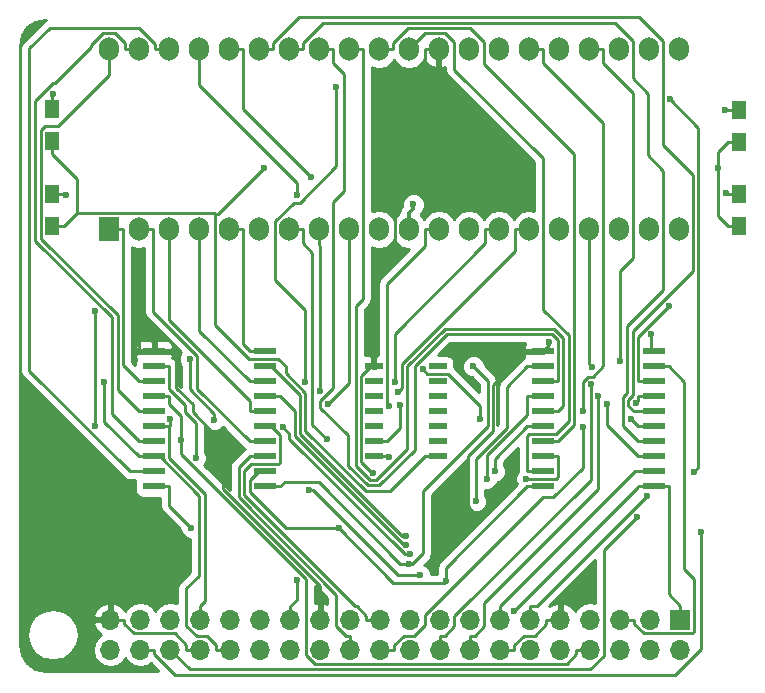
<source format=gbr>
G04 #@! TF.FileFunction,Copper,L2,Bot,Signal*
%FSLAX46Y46*%
G04 Gerber Fmt 4.6, Leading zero omitted, Abs format (unit mm)*
G04 Created by KiCad (PCBNEW 4.0.7) date 11/27/18 00:48:43*
%MOMM*%
%LPD*%
G01*
G04 APERTURE LIST*
%ADD10C,0.100000*%
%ADD11R,1.700000X2.000000*%
%ADD12O,1.700000X2.000000*%
%ADD13R,1.700000X1.700000*%
%ADD14O,1.700000X1.700000*%
%ADD15R,1.500000X0.600000*%
%ADD16R,1.300000X1.500000*%
%ADD17R,1.950000X0.600000*%
%ADD18C,0.600000*%
%ADD19C,0.350000*%
%ADD20C,0.250000*%
%ADD21C,0.254000*%
G04 APERTURE END LIST*
D10*
D11*
X101079000Y-79832200D03*
D12*
X149339000Y-64592200D03*
X103619000Y-79832200D03*
X146799000Y-64592200D03*
X106159000Y-79832200D03*
X144259000Y-64592200D03*
X108699000Y-79832200D03*
X141719000Y-64592200D03*
X111239000Y-79832200D03*
X139179000Y-64592200D03*
X113779000Y-79832200D03*
X136639000Y-64592200D03*
X116319000Y-79832200D03*
X134099000Y-64592200D03*
X118859000Y-79832200D03*
X131559000Y-64592200D03*
X121399000Y-79832200D03*
X129019000Y-64592200D03*
X123939000Y-79832200D03*
X126479000Y-64592200D03*
X126479000Y-79832200D03*
X123939000Y-64592200D03*
X129019000Y-79832200D03*
X121399000Y-64592200D03*
X131559000Y-79832200D03*
X118859000Y-64592200D03*
X134099000Y-79832200D03*
X116319000Y-64592200D03*
X136639000Y-79832200D03*
X113779000Y-64592200D03*
X139179000Y-79832200D03*
X111239000Y-64592200D03*
X141719000Y-79832200D03*
X108699000Y-64592200D03*
X144259000Y-79832200D03*
X106159000Y-64592200D03*
X146799000Y-79832200D03*
X103619000Y-64592200D03*
X149339000Y-79832200D03*
X101079000Y-64592200D03*
D13*
X149454000Y-112878000D03*
D14*
X149454000Y-115418000D03*
X146914000Y-112878000D03*
X146914000Y-115418000D03*
X144374000Y-112878000D03*
X144374000Y-115418000D03*
X141834000Y-112878000D03*
X141834000Y-115418000D03*
X139294000Y-112878000D03*
X139294000Y-115418000D03*
X136754000Y-112878000D03*
X136754000Y-115418000D03*
X134214000Y-112878000D03*
X134214000Y-115418000D03*
X131674000Y-112878000D03*
X131674000Y-115418000D03*
X129134000Y-112878000D03*
X129134000Y-115418000D03*
X126594000Y-112878000D03*
X126594000Y-115418000D03*
X124054000Y-112878000D03*
X124054000Y-115418000D03*
X121514000Y-112878000D03*
X121514000Y-115418000D03*
X118974000Y-112878000D03*
X118974000Y-115418000D03*
X116434000Y-112878000D03*
X116434000Y-115418000D03*
X113894000Y-112878000D03*
X113894000Y-115418000D03*
X111354000Y-112878000D03*
X111354000Y-115418000D03*
X108814000Y-112878000D03*
X108814000Y-115418000D03*
X106274000Y-112878000D03*
X106274000Y-115418000D03*
X103734000Y-112878000D03*
X103734000Y-115418000D03*
X101194000Y-112878000D03*
X101194000Y-115418000D03*
D15*
X123505000Y-99060000D03*
X123505000Y-97790000D03*
X123505000Y-96520000D03*
X123505000Y-95250000D03*
X123505000Y-93980000D03*
X123505000Y-92710000D03*
X123505000Y-91440000D03*
X128905000Y-91440000D03*
X128905000Y-92710000D03*
X128905000Y-93980000D03*
X128905000Y-95250000D03*
X128905000Y-96520000D03*
X128905000Y-97790000D03*
X128905000Y-99060000D03*
D16*
X154432000Y-79582000D03*
X154432000Y-76882000D03*
X96266000Y-72343000D03*
X96266000Y-69643000D03*
X96266000Y-79582000D03*
X96266000Y-76882000D03*
X154432000Y-72470000D03*
X154432000Y-69770000D03*
D17*
X137795000Y-101600000D03*
X137795000Y-100330000D03*
X137795000Y-99060000D03*
X137795000Y-97790000D03*
X137795000Y-96520000D03*
X137795000Y-95250000D03*
X137795000Y-93980000D03*
X137795000Y-92710000D03*
X137795000Y-91440000D03*
X137795000Y-90170000D03*
X147195000Y-90170000D03*
X147195000Y-91440000D03*
X147195000Y-92710000D03*
X147195000Y-93980000D03*
X147195000Y-95250000D03*
X147195000Y-96520000D03*
X147195000Y-97790000D03*
X147195000Y-99060000D03*
X147195000Y-100330000D03*
X147195000Y-101600000D03*
X104900000Y-101600000D03*
X104900000Y-100330000D03*
X104900000Y-99060000D03*
X104900000Y-97790000D03*
X104900000Y-96520000D03*
X104900000Y-95250000D03*
X104900000Y-93980000D03*
X104900000Y-92710000D03*
X104900000Y-91440000D03*
X104900000Y-90170000D03*
X114300000Y-90170000D03*
X114300000Y-91440000D03*
X114300000Y-92710000D03*
X114300000Y-93980000D03*
X114300000Y-95250000D03*
X114300000Y-96520000D03*
X114300000Y-97790000D03*
X114300000Y-99060000D03*
X114300000Y-100330000D03*
X114300000Y-101600000D03*
D18*
X126859000Y-77720800D03*
X138327300Y-89338600D03*
X123432600Y-100450900D03*
X132527800Y-104324500D03*
X103567000Y-89510200D03*
X99924700Y-96515700D03*
X99924700Y-86790000D03*
X144318100Y-91021800D03*
X150599500Y-100367400D03*
X148574000Y-68830900D03*
X141205200Y-95250000D03*
X119495900Y-97581200D03*
X118917200Y-93502400D03*
X117658800Y-92727500D03*
X120304100Y-67824000D03*
X119609400Y-94641300D03*
X124767700Y-94785600D03*
X125256400Y-92743700D03*
X125564500Y-93573700D03*
X148473400Y-86365100D03*
X118153000Y-75373300D03*
X141959100Y-91483900D03*
X146997900Y-88741800D03*
X116956600Y-76947200D03*
X107905600Y-90806100D03*
X110003100Y-95990000D03*
X153279800Y-76751000D03*
X96326200Y-68387200D03*
X97423000Y-76933600D03*
X153232500Y-69737900D03*
X152613600Y-74668500D03*
X114170400Y-74668500D03*
X145725600Y-94553000D03*
X136412000Y-100974600D03*
X107196500Y-97669400D03*
X108414400Y-99192000D03*
X146617400Y-102427000D03*
X126595200Y-107367000D03*
X115781300Y-96570000D03*
X120544000Y-105161400D03*
X124757200Y-99139200D03*
X129613900Y-109577800D03*
X108064800Y-105109300D03*
X127438000Y-109119500D03*
X118010500Y-101880400D03*
X142483400Y-93980000D03*
X141857900Y-92958100D03*
X126231700Y-106576200D03*
X141190300Y-96565500D03*
X126230800Y-105773800D03*
X116956600Y-109535200D03*
X143228200Y-94605400D03*
X145271500Y-95875400D03*
X133769700Y-100330000D03*
X133096400Y-100966500D03*
X100696600Y-92773900D03*
X106254400Y-95889300D03*
X145813700Y-104171300D03*
X151169200Y-105471700D03*
X132116900Y-102870000D03*
X125706700Y-94748600D03*
X127632800Y-91653600D03*
X132528300Y-95936400D03*
X135389400Y-112136100D03*
X126518100Y-108175000D03*
X131941200Y-91440000D03*
D19*
X126859000Y-78076900D02*
X126859000Y-77720800D01*
X126479000Y-78456900D02*
X126859000Y-78076900D01*
X126479000Y-79832200D02*
X126479000Y-78456900D01*
D20*
X135389300Y-115050600D02*
X135389300Y-115418000D01*
X136197200Y-114242700D02*
X135389300Y-115050600D01*
X137121400Y-114242700D02*
X136197200Y-114242700D01*
X138118700Y-113245400D02*
X137121400Y-114242700D01*
X138118700Y-112878000D02*
X138118700Y-113245400D01*
X139294000Y-112878000D02*
X138118700Y-112878000D01*
X134214000Y-115418000D02*
X135389300Y-115418000D01*
X102369300Y-113245400D02*
X102369300Y-112878000D01*
X103177200Y-114053300D02*
X102369300Y-113245400D01*
X106641400Y-114053300D02*
X103177200Y-114053300D01*
X107638700Y-115050600D02*
X106641400Y-114053300D01*
X107638700Y-115418000D02*
X107638700Y-115050600D01*
X108814000Y-115418000D02*
X107638700Y-115418000D01*
X101194000Y-112878000D02*
X102369300Y-112878000D01*
X123505000Y-91440000D02*
X123437800Y-91440000D01*
X127843700Y-65767500D02*
X127843700Y-64592200D01*
X125303700Y-68307500D02*
X127843700Y-65767500D01*
X125303700Y-82640000D02*
X125303700Y-68307500D01*
X123437800Y-84505900D02*
X125303700Y-82640000D01*
X123437800Y-91440000D02*
X123437800Y-84505900D01*
X129019000Y-64592200D02*
X127843700Y-64592200D01*
X123258300Y-91440000D02*
X123437800Y-91440000D01*
X122429600Y-92268700D02*
X123258300Y-91440000D01*
X122429600Y-99522900D02*
X122429600Y-92268700D01*
X123357600Y-100450900D02*
X122429600Y-99522900D01*
X123432600Y-100450900D02*
X123357600Y-100450900D01*
X104900000Y-90170000D02*
X103599700Y-90170000D01*
X103599700Y-89542900D02*
X103567000Y-89510200D01*
X103599700Y-90170000D02*
X103599700Y-89542900D01*
X131479300Y-103276000D02*
X132527800Y-104324500D01*
X131479300Y-99041300D02*
X131479300Y-103276000D01*
X133633300Y-96887300D02*
X131479300Y-99041300D01*
X133633300Y-93031400D02*
X133633300Y-96887300D01*
X136494700Y-90170000D02*
X133633300Y-93031400D01*
X138327300Y-89637700D02*
X137795000Y-90170000D01*
X138327300Y-89338600D02*
X138327300Y-89637700D01*
X137795000Y-90170000D02*
X136494700Y-90170000D01*
X106748900Y-90718600D02*
X106200300Y-90170000D01*
X106748900Y-93254700D02*
X106748900Y-90718600D01*
X108152500Y-94658300D02*
X106748900Y-93254700D01*
X108152500Y-95295200D02*
X108152500Y-94658300D01*
X110764900Y-97907600D02*
X108152500Y-95295200D01*
X110764900Y-101822200D02*
X110764900Y-97907600D01*
X118974000Y-110031300D02*
X110764900Y-101822200D01*
X118974000Y-112878000D02*
X118974000Y-110031300D01*
X104900000Y-90170000D02*
X106200300Y-90170000D01*
X104900000Y-92710000D02*
X103599700Y-92710000D01*
X101079000Y-79832200D02*
X102254300Y-79832200D01*
X102254300Y-91364600D02*
X102254300Y-79832200D01*
X103599700Y-92710000D02*
X102254300Y-91364600D01*
X114300000Y-97790000D02*
X112999700Y-97790000D01*
X103619000Y-79832200D02*
X104794300Y-79832200D01*
X104794300Y-86810400D02*
X104794300Y-79832200D01*
X108530900Y-90547000D02*
X104794300Y-86810400D01*
X108530900Y-93321200D02*
X108530900Y-90547000D01*
X112999700Y-97790000D02*
X108530900Y-93321200D01*
X114300000Y-95250000D02*
X112999700Y-95250000D01*
X106159000Y-79832200D02*
X106159000Y-81157500D01*
X106159000Y-87538200D02*
X106159000Y-81157500D01*
X112999700Y-94378900D02*
X106159000Y-87538200D01*
X112999700Y-95250000D02*
X112999700Y-94378900D01*
X99924700Y-96515700D02*
X99924700Y-86790000D01*
X108699000Y-88409300D02*
X108699000Y-79832200D01*
X112999700Y-92710000D02*
X108699000Y-88409300D01*
X114300000Y-92710000D02*
X112999700Y-92710000D01*
X144318100Y-83372900D02*
X144318100Y-91021800D01*
X145463700Y-82227300D02*
X144318100Y-83372900D01*
X145463700Y-68336900D02*
X145463700Y-82227300D01*
X142894300Y-65767500D02*
X145463700Y-68336900D01*
X142894300Y-64592200D02*
X142894300Y-65767500D01*
X141719000Y-64592200D02*
X142894300Y-64592200D01*
X112414300Y-89584600D02*
X112414300Y-79832200D01*
X112999700Y-90170000D02*
X112414300Y-89584600D01*
X114300000Y-90170000D02*
X112999700Y-90170000D01*
X111239000Y-79832200D02*
X112414300Y-79832200D01*
X150975100Y-99991800D02*
X150599500Y-100367400D01*
X150975100Y-71232000D02*
X150975100Y-99991800D01*
X148574000Y-68830900D02*
X150975100Y-71232000D01*
X136639000Y-64592200D02*
X137814300Y-64592200D01*
X141205200Y-92724100D02*
X141205200Y-95250000D01*
X141624500Y-92304800D02*
X141205200Y-92724100D01*
X142032700Y-92304800D02*
X141624500Y-92304800D01*
X142920900Y-91416600D02*
X142032700Y-92304800D01*
X142920900Y-70874100D02*
X142920900Y-91416600D01*
X137814300Y-65767500D02*
X142920900Y-70874100D01*
X137814300Y-64592200D02*
X137814300Y-65767500D01*
X116319000Y-79832200D02*
X117494300Y-79832200D01*
X117494300Y-81007500D02*
X117494300Y-79832200D01*
X118291900Y-81805100D02*
X117494300Y-81007500D01*
X118291900Y-96377200D02*
X118291900Y-81805100D01*
X119495900Y-97581200D02*
X118291900Y-96377200D01*
X118859000Y-79832200D02*
X118859000Y-81157500D01*
X118917200Y-81215700D02*
X118917200Y-93502400D01*
X118859000Y-81157500D02*
X118917200Y-81215700D01*
X120304100Y-74484100D02*
X120304100Y-67824000D01*
X117215700Y-77572500D02*
X120304100Y-74484100D01*
X116707700Y-77572500D02*
X117215700Y-77572500D01*
X115107600Y-79172600D02*
X116707700Y-77572500D01*
X115107600Y-84142500D02*
X115107600Y-79172600D01*
X117658800Y-86693700D02*
X115107600Y-84142500D01*
X117658800Y-92727500D02*
X117658800Y-86693700D01*
X121399000Y-92851700D02*
X119609400Y-94641300D01*
X121399000Y-79832200D02*
X121399000Y-92851700D01*
X137795000Y-100330000D02*
X136494700Y-100330000D01*
X127816400Y-63254800D02*
X126479000Y-64592200D01*
X129537900Y-63254800D02*
X127816400Y-63254800D01*
X130289000Y-64005900D02*
X129537900Y-63254800D01*
X130289000Y-66311200D02*
X130289000Y-64005900D01*
X137815500Y-73837700D02*
X130289000Y-66311200D01*
X137815500Y-86638200D02*
X137815500Y-73837700D01*
X139995900Y-88818600D02*
X137815500Y-86638200D01*
X139995900Y-96073500D02*
X139995900Y-88818600D01*
X138904800Y-97164600D02*
X139995900Y-96073500D01*
X136642600Y-97164600D02*
X138904800Y-97164600D01*
X136494700Y-97312500D02*
X136642600Y-97164600D01*
X136494700Y-100330000D02*
X136494700Y-97312500D01*
X137795000Y-97790000D02*
X139095300Y-97790000D01*
X123939000Y-64592200D02*
X125114300Y-64592200D01*
X125114300Y-64078000D02*
X125114300Y-64592200D01*
X126387800Y-62804500D02*
X125114300Y-64078000D01*
X131618600Y-62804500D02*
X126387800Y-62804500D01*
X132829000Y-64014900D02*
X131618600Y-62804500D01*
X132829000Y-65819700D02*
X132829000Y-64014900D01*
X140446200Y-73436900D02*
X132829000Y-65819700D01*
X140446200Y-96439100D02*
X140446200Y-73436900D01*
X139095300Y-97790000D02*
X140446200Y-96439100D01*
X129019000Y-79832200D02*
X127843700Y-79832200D01*
X124631100Y-94649000D02*
X124767700Y-94785600D01*
X124631100Y-84450500D02*
X124631100Y-94649000D01*
X127843700Y-81237900D02*
X124631100Y-84450500D01*
X127843700Y-79832200D02*
X127843700Y-81237900D01*
X137795000Y-95250000D02*
X139095300Y-95250000D01*
X121399000Y-64592200D02*
X122574300Y-64592200D01*
X139545600Y-94799700D02*
X139095300Y-95250000D01*
X139545600Y-89005200D02*
X139545600Y-94799700D01*
X138795000Y-88254600D02*
X139545600Y-89005200D01*
X129490400Y-88254600D02*
X138795000Y-88254600D01*
X126332100Y-91412900D02*
X129490400Y-88254600D01*
X126332100Y-98466500D02*
X126332100Y-91412900D01*
X123722400Y-101076200D02*
X126332100Y-98466500D01*
X123173600Y-101076200D02*
X123722400Y-101076200D01*
X121978500Y-99881100D02*
X123173600Y-101076200D01*
X121978500Y-86342000D02*
X121978500Y-99881100D01*
X122574300Y-85746200D02*
X121978500Y-86342000D01*
X122574300Y-64592200D02*
X122574300Y-85746200D01*
X137795000Y-92710000D02*
X139095300Y-92710000D01*
X118859000Y-64592200D02*
X120034300Y-64592200D01*
X139095300Y-89191800D02*
X139095300Y-92710000D01*
X138608400Y-88704900D02*
X139095300Y-89191800D01*
X129677000Y-88704900D02*
X138608400Y-88704900D01*
X127007500Y-91374400D02*
X129677000Y-88704900D01*
X127007500Y-98488300D02*
X127007500Y-91374400D01*
X123969300Y-101526500D02*
X127007500Y-98488300D01*
X122987000Y-101526500D02*
X123969300Y-101526500D01*
X121300100Y-99839600D02*
X122987000Y-101526500D01*
X121300100Y-97286800D02*
X121300100Y-99839600D01*
X118953400Y-94940100D02*
X121300100Y-97286800D01*
X118953400Y-94350600D02*
X118953400Y-94940100D01*
X120034400Y-93269600D02*
X118953400Y-94350600D01*
X120034400Y-77556200D02*
X120034400Y-93269600D01*
X120979100Y-76611500D02*
X120034400Y-77556200D01*
X120979100Y-66712300D02*
X120979100Y-76611500D01*
X120034300Y-65767500D02*
X120979100Y-66712300D01*
X120034300Y-64592200D02*
X120034300Y-65767500D01*
X134099000Y-79832200D02*
X132923700Y-79832200D01*
X125256400Y-88674800D02*
X125256400Y-92743700D01*
X132923700Y-81007500D02*
X125256400Y-88674800D01*
X132923700Y-79832200D02*
X132923700Y-81007500D01*
X116319000Y-64592200D02*
X117494300Y-64592200D01*
X147195000Y-97790000D02*
X145894700Y-97790000D01*
X144612600Y-96507900D02*
X145894700Y-97790000D01*
X144612600Y-94070000D02*
X144612600Y-96507900D01*
X144966600Y-93716000D02*
X144612600Y-94070000D01*
X144966600Y-88009300D02*
X144966600Y-93716000D01*
X148015000Y-84960900D02*
X144966600Y-88009300D01*
X148015000Y-74857800D02*
X148015000Y-84960900D01*
X146741900Y-73584700D02*
X148015000Y-74857800D01*
X146741900Y-68349100D02*
X146741900Y-73584700D01*
X145434400Y-67041600D02*
X146741900Y-68349100D01*
X145434400Y-63877200D02*
X145434400Y-67041600D01*
X143911400Y-62354200D02*
X145434400Y-63877200D01*
X119218100Y-62354200D02*
X143911400Y-62354200D01*
X117494300Y-64078000D02*
X119218100Y-62354200D01*
X117494300Y-64592200D02*
X117494300Y-64078000D01*
X136639000Y-79832200D02*
X135463700Y-79832200D01*
X125881800Y-93256400D02*
X125564500Y-93573700D01*
X125881800Y-91226300D02*
X125881800Y-93256400D01*
X135463700Y-81644400D02*
X125881800Y-91226300D01*
X135463700Y-79832200D02*
X135463700Y-81644400D01*
X113779000Y-64592200D02*
X114954300Y-64592200D01*
X147195000Y-95250000D02*
X145894700Y-95250000D01*
X145538300Y-95250000D02*
X145894700Y-95250000D01*
X145062900Y-94774600D02*
X145538300Y-95250000D01*
X145062900Y-94256600D02*
X145062900Y-94774600D01*
X145427400Y-93892100D02*
X145062900Y-94256600D01*
X145427400Y-88471300D02*
X145427400Y-93892100D01*
X150521400Y-83377300D02*
X145427400Y-88471300D01*
X150521400Y-75256300D02*
X150521400Y-83377300D01*
X147948700Y-72683600D02*
X150521400Y-75256300D01*
X147948700Y-68571900D02*
X147948700Y-72683600D01*
X147980200Y-68540400D02*
X147948700Y-68571900D01*
X147980200Y-63909600D02*
X147980200Y-68540400D01*
X145960000Y-61889400D02*
X147980200Y-63909600D01*
X117142900Y-61889400D02*
X145960000Y-61889400D01*
X114954300Y-64078000D02*
X117142900Y-61889400D01*
X114954300Y-64592200D02*
X114954300Y-64078000D01*
X111239000Y-64592200D02*
X112414300Y-64592200D01*
X147195000Y-92710000D02*
X145894700Y-92710000D01*
X112414300Y-69634600D02*
X112414300Y-64592200D01*
X118153000Y-75373300D02*
X112414300Y-69634600D01*
X145894700Y-88943800D02*
X148473400Y-86365100D01*
X145894700Y-92710000D02*
X145894700Y-88943800D01*
X141719000Y-91243800D02*
X141959100Y-91483900D01*
X141719000Y-79832200D02*
X141719000Y-91243800D01*
X146997900Y-89972900D02*
X146997900Y-88741800D01*
X147195000Y-90170000D02*
X146997900Y-89972900D01*
X108699000Y-67659700D02*
X108699000Y-64592200D01*
X116956600Y-75917300D02*
X108699000Y-67659700D01*
X116956600Y-76947200D02*
X116956600Y-75917300D01*
X106159000Y-64592200D02*
X104983700Y-64592200D01*
X102853500Y-100330000D02*
X104900000Y-100330000D01*
X94338600Y-91815100D02*
X102853500Y-100330000D01*
X94338600Y-64512100D02*
X94338600Y-91815100D01*
X96067000Y-62783700D02*
X94338600Y-64512100D01*
X103622800Y-62783700D02*
X96067000Y-62783700D01*
X104983700Y-64144600D02*
X103622800Y-62783700D01*
X104983700Y-64592200D02*
X104983700Y-64144600D01*
X104900000Y-97790000D02*
X103599700Y-97790000D01*
X103619000Y-64592200D02*
X102443700Y-64592200D01*
X101321900Y-95512200D02*
X103599700Y-97790000D01*
X101321900Y-89403700D02*
X101321900Y-95512200D01*
X101321800Y-89403700D02*
X101321900Y-89403700D01*
X101321800Y-87284500D02*
X101321800Y-89403700D01*
X94840400Y-80803100D02*
X101321800Y-87284500D01*
X94840400Y-68934200D02*
X94840400Y-80803100D01*
X96299100Y-67475500D02*
X94840400Y-68934200D01*
X96550700Y-67475500D02*
X96299100Y-67475500D01*
X99592000Y-64434200D02*
X96550700Y-67475500D01*
X99592000Y-64215200D02*
X99592000Y-64434200D01*
X100573100Y-63234100D02*
X99592000Y-64215200D01*
X101599800Y-63234100D02*
X100573100Y-63234100D01*
X102443700Y-64078000D02*
X101599800Y-63234100D01*
X102443700Y-64592200D02*
X102443700Y-64078000D01*
X101079000Y-66743400D02*
X101079000Y-64592200D01*
X96772900Y-71049500D02*
X101079000Y-66743400D01*
X95688900Y-71049500D02*
X96772900Y-71049500D01*
X95290700Y-71447700D02*
X95688900Y-71049500D01*
X95290700Y-80616500D02*
X95290700Y-71447700D01*
X101803900Y-87129700D02*
X95290700Y-80616500D01*
X101803900Y-93454200D02*
X101803900Y-87129700D01*
X103599700Y-95250000D02*
X101803900Y-93454200D01*
X104900000Y-95250000D02*
X103599700Y-95250000D01*
X107905600Y-93336800D02*
X107905600Y-90806100D01*
X110003100Y-95434300D02*
X107905600Y-93336800D01*
X110003100Y-95990000D02*
X110003100Y-95434300D01*
X153325700Y-76751000D02*
X153279800Y-76751000D01*
X153456700Y-76882000D02*
X153325700Y-76751000D01*
X154432000Y-76882000D02*
X153456700Y-76882000D01*
X96326200Y-68507500D02*
X96266000Y-68567700D01*
X96326200Y-68387200D02*
X96326200Y-68507500D01*
X96266000Y-69643000D02*
X96266000Y-68567700D01*
X97292900Y-76933600D02*
X97241300Y-76882000D01*
X97423000Y-76933600D02*
X97292900Y-76933600D01*
X96266000Y-76882000D02*
X97241300Y-76882000D01*
X153424600Y-69737900D02*
X153456700Y-69770000D01*
X153232500Y-69737900D02*
X153424600Y-69737900D01*
X154432000Y-69770000D02*
X153456700Y-69770000D01*
X128905000Y-99060000D02*
X127829700Y-99060000D01*
X154432000Y-72470000D02*
X153456700Y-72470000D01*
X154432000Y-79582000D02*
X153456700Y-79582000D01*
X152613600Y-78738900D02*
X152613600Y-74668500D01*
X153456700Y-79582000D02*
X152613600Y-78738900D01*
X152613600Y-73313100D02*
X153456700Y-72470000D01*
X152613600Y-74668500D02*
X152613600Y-73313100D01*
X110331900Y-78507000D02*
X114170400Y-74668500D01*
X110025400Y-78507000D02*
X110331900Y-78507000D01*
X96266000Y-79582000D02*
X97241300Y-79582000D01*
X96266000Y-72343000D02*
X96266000Y-73418300D01*
X98385000Y-75537300D02*
X96266000Y-73418300D01*
X98385000Y-78438300D02*
X98385000Y-75537300D01*
X109956700Y-78438300D02*
X98385000Y-78438300D01*
X110025400Y-78507000D02*
X109956700Y-78438300D01*
X98385000Y-78438300D02*
X97241300Y-79582000D01*
X110025400Y-87904000D02*
X110025400Y-78507000D01*
X112916800Y-90795400D02*
X110025400Y-87904000D01*
X115394800Y-90795400D02*
X112916800Y-90795400D01*
X116035200Y-91435800D02*
X115394800Y-90795400D01*
X116035200Y-91988200D02*
X116035200Y-91435800D01*
X117710500Y-93663500D02*
X116035200Y-91988200D01*
X117710500Y-96886900D02*
X117710500Y-93663500D01*
X122800400Y-101976800D02*
X117710500Y-96886900D01*
X124912900Y-101976800D02*
X122800400Y-101976800D01*
X127829700Y-99060000D02*
X124912900Y-101976800D01*
X147195000Y-93980000D02*
X145894700Y-93980000D01*
X145894700Y-94383900D02*
X145725600Y-94553000D01*
X145894700Y-93980000D02*
X145894700Y-94383900D01*
X149797900Y-92742600D02*
X148495300Y-91440000D01*
X149797900Y-108637700D02*
X149797900Y-92742600D01*
X150632200Y-109472000D02*
X149797900Y-108637700D01*
X150632200Y-113891900D02*
X150632200Y-109472000D01*
X150470700Y-114053400D02*
X150632200Y-113891900D01*
X146357400Y-114053400D02*
X150470700Y-114053400D01*
X145549300Y-113245300D02*
X146357400Y-114053400D01*
X145549300Y-112878000D02*
X145549300Y-113245300D01*
X144374000Y-112878000D02*
X145549300Y-112878000D01*
X147195000Y-91440000D02*
X148495300Y-91440000D01*
X137795000Y-99060000D02*
X139095300Y-99060000D01*
X139095300Y-100772900D02*
X139095300Y-99060000D01*
X138893600Y-100974600D02*
X139095300Y-100772900D01*
X136412000Y-100974600D02*
X138893600Y-100974600D01*
X141834000Y-115418000D02*
X140658700Y-115418000D01*
X107196500Y-98890700D02*
X107196500Y-97669400D01*
X117791300Y-109485500D02*
X107196500Y-98890700D01*
X117791300Y-115908600D02*
X117791300Y-109485500D01*
X118503400Y-116620700D02*
X117791300Y-115908600D01*
X139823300Y-116620700D02*
X118503400Y-116620700D01*
X140658700Y-115785300D02*
X139823300Y-116620700D01*
X140658700Y-115418000D02*
X140658700Y-115785300D01*
X104900000Y-93980000D02*
X106200300Y-93980000D01*
X107196500Y-95613000D02*
X107196500Y-97669400D01*
X106200300Y-94616800D02*
X107196500Y-95613000D01*
X106200300Y-93980000D02*
X106200300Y-94616800D01*
X104900000Y-91440000D02*
X106200300Y-91440000D01*
X108414400Y-96194000D02*
X108414400Y-99192000D01*
X107542900Y-95322500D02*
X108414400Y-96194000D01*
X107542900Y-94685600D02*
X107542900Y-95322500D01*
X106200300Y-93343000D02*
X107542900Y-94685600D01*
X106200300Y-91440000D02*
X106200300Y-93343000D01*
X137341700Y-111702700D02*
X146617400Y-102427000D01*
X136754000Y-111702700D02*
X137341700Y-111702700D01*
X136754000Y-112878000D02*
X136754000Y-111702700D01*
X126138200Y-107367000D02*
X126595200Y-107367000D01*
X116348300Y-97577100D02*
X126138200Y-107367000D01*
X116348300Y-97137000D02*
X116348300Y-97577100D01*
X115781300Y-96570000D02*
X116348300Y-97137000D01*
X123505000Y-99060000D02*
X124580300Y-99060000D01*
X137795000Y-101600000D02*
X136494700Y-101600000D01*
X124659500Y-99139200D02*
X124757200Y-99139200D01*
X124580300Y-99060000D02*
X124659500Y-99139200D01*
X116081000Y-105161400D02*
X120544000Y-105161400D01*
X112999600Y-102080000D02*
X116081000Y-105161400D01*
X112999600Y-101071700D02*
X112999600Y-102080000D01*
X113741300Y-100330000D02*
X112999600Y-101071700D01*
X114300000Y-100330000D02*
X113741300Y-100330000D01*
X129613900Y-108480800D02*
X129613900Y-109577800D01*
X136494700Y-101600000D02*
X129613900Y-108480800D01*
X125127400Y-109744800D02*
X120544000Y-105161400D01*
X129446900Y-109744800D02*
X125127400Y-109744800D01*
X129613900Y-109577800D02*
X129446900Y-109744800D01*
X145586700Y-100330000D02*
X147195000Y-100330000D01*
X134214000Y-111702700D02*
X145586700Y-100330000D01*
X134214000Y-112878000D02*
X134214000Y-111702700D01*
X106200300Y-103244800D02*
X106200300Y-101600000D01*
X108064800Y-105109300D02*
X106200300Y-103244800D01*
X104900000Y-101600000D02*
X106200300Y-101600000D01*
X118319000Y-101880400D02*
X118010500Y-101880400D01*
X125558100Y-109119500D02*
X118319000Y-101880400D01*
X127438000Y-109119500D02*
X125558100Y-109119500D01*
X131674000Y-115418000D02*
X131674000Y-114242700D01*
X142483400Y-101803400D02*
X142483400Y-93980000D01*
X132849300Y-111437500D02*
X142483400Y-101803400D01*
X132849300Y-113434800D02*
X132849300Y-111437500D01*
X132041400Y-114242700D02*
X132849300Y-113434800D01*
X131674000Y-114242700D02*
X132041400Y-114242700D01*
X141857900Y-101019400D02*
X141857900Y-92958100D01*
X130309300Y-112568000D02*
X141857900Y-101019400D01*
X130309300Y-113434800D02*
X130309300Y-112568000D01*
X129501400Y-114242700D02*
X130309300Y-113434800D01*
X129134000Y-114242700D02*
X129501400Y-114242700D01*
X129134000Y-115418000D02*
X129134000Y-114242700D01*
X116809800Y-95189500D02*
X115600300Y-93980000D01*
X116809800Y-97311900D02*
X116809800Y-95189500D01*
X126074100Y-106576200D02*
X116809800Y-97311900D01*
X126231700Y-106576200D02*
X126074100Y-106576200D01*
X114300000Y-93980000D02*
X115600300Y-93980000D01*
X114835400Y-96520000D02*
X114300000Y-96520000D01*
X115600400Y-97285000D02*
X114835400Y-96520000D01*
X115600400Y-99553400D02*
X115600400Y-97285000D01*
X115449200Y-99704600D02*
X115600400Y-99553400D01*
X113123800Y-99704600D02*
X115449200Y-99704600D01*
X112510600Y-100317800D02*
X113123800Y-99704600D01*
X112510600Y-102294100D02*
X112510600Y-100317800D01*
X121919200Y-111702700D02*
X112510600Y-102294100D01*
X122039300Y-111702700D02*
X121919200Y-111702700D01*
X122878700Y-112542100D02*
X122039300Y-111702700D01*
X122878700Y-112878000D02*
X122878700Y-112542100D01*
X124054000Y-112878000D02*
X122878700Y-112878000D01*
X141190300Y-100008700D02*
X141190300Y-96565500D01*
X138700600Y-102498400D02*
X141190300Y-100008700D01*
X137832000Y-102498400D02*
X138700600Y-102498400D01*
X127864000Y-112466400D02*
X137832000Y-102498400D01*
X127864000Y-113309000D02*
X127864000Y-112466400D01*
X126930300Y-114242700D02*
X127864000Y-113309000D01*
X126037200Y-114242700D02*
X126930300Y-114242700D01*
X125229300Y-115050600D02*
X126037200Y-114242700D01*
X125229300Y-115418000D02*
X125229300Y-115050600D01*
X124054000Y-115418000D02*
X125229300Y-115418000D01*
X114819200Y-91440000D02*
X114300000Y-91440000D01*
X117260200Y-93881000D02*
X114819200Y-91440000D01*
X117260200Y-97125400D02*
X117260200Y-93881000D01*
X125908600Y-105773800D02*
X117260200Y-97125400D01*
X126230800Y-105773800D02*
X125908600Y-105773800D01*
X112060200Y-99999500D02*
X112999700Y-99060000D01*
X112060200Y-102480600D02*
X112060200Y-99999500D01*
X120338700Y-110759100D02*
X112060200Y-102480600D01*
X120338700Y-113434800D02*
X120338700Y-110759100D01*
X121146600Y-114242700D02*
X120338700Y-113434800D01*
X121514000Y-114242700D02*
X121146600Y-114242700D01*
X121514000Y-115418000D02*
X121514000Y-114242700D01*
X114300000Y-99060000D02*
X112999700Y-99060000D01*
X116956600Y-111180100D02*
X116956600Y-109535200D01*
X116434000Y-111702700D02*
X116956600Y-111180100D01*
X116434000Y-112878000D02*
X116434000Y-111702700D01*
X143228200Y-96393500D02*
X143228200Y-94605400D01*
X145894700Y-99060000D02*
X143228200Y-96393500D01*
X147195000Y-99060000D02*
X145894700Y-99060000D01*
X145894700Y-96498600D02*
X145271500Y-95875400D01*
X145894700Y-96520000D02*
X145894700Y-96498600D01*
X147195000Y-96520000D02*
X145894700Y-96520000D01*
X137795000Y-96520000D02*
X136494700Y-96520000D01*
X133769700Y-99245000D02*
X136494700Y-96520000D01*
X133769700Y-100330000D02*
X133769700Y-99245000D01*
X137795000Y-93980000D02*
X136494700Y-93980000D01*
X136494700Y-95571900D02*
X136494700Y-93980000D01*
X133096400Y-98970200D02*
X136494700Y-95571900D01*
X133096400Y-100966500D02*
X133096400Y-98970200D01*
X111354000Y-115418000D02*
X110178700Y-115418000D01*
X104900000Y-99060000D02*
X103599700Y-99060000D01*
X100696600Y-96156900D02*
X100696600Y-92773900D01*
X103599700Y-99060000D02*
X100696600Y-96156900D01*
X105377200Y-99060000D02*
X104900000Y-99060000D01*
X108697600Y-102380400D02*
X105377200Y-99060000D01*
X108697600Y-109163800D02*
X108697600Y-102380400D01*
X107634000Y-110227400D02*
X108697600Y-109163800D01*
X107634000Y-113382200D02*
X107634000Y-110227400D01*
X108494500Y-114242700D02*
X107634000Y-113382200D01*
X109370800Y-114242700D02*
X108494500Y-114242700D01*
X110178700Y-115050600D02*
X109370800Y-114242700D01*
X110178700Y-115418000D02*
X110178700Y-115050600D01*
X104900000Y-96520000D02*
X106200300Y-96520000D01*
X108814000Y-112878000D02*
X108814000Y-111702700D01*
X106200300Y-99211300D02*
X106200300Y-96520000D01*
X109205400Y-102216400D02*
X106200300Y-99211300D01*
X109205400Y-111311300D02*
X109205400Y-102216400D01*
X108814000Y-111702700D02*
X109205400Y-111311300D01*
X106254400Y-96465900D02*
X106254400Y-95889300D01*
X106200300Y-96520000D02*
X106254400Y-96465900D01*
X143009400Y-106975600D02*
X145813700Y-104171300D01*
X143009400Y-115931900D02*
X143009400Y-106975600D01*
X141845200Y-117096100D02*
X143009400Y-115931900D01*
X107952100Y-117096100D02*
X141845200Y-117096100D01*
X106274000Y-115418000D02*
X107952100Y-117096100D01*
X151169200Y-115386900D02*
X151169200Y-105471700D01*
X148984500Y-117571600D02*
X151169200Y-115386900D01*
X106695600Y-117571600D02*
X148984500Y-117571600D01*
X104909300Y-115785300D02*
X106695600Y-117571600D01*
X104909300Y-115418000D02*
X104909300Y-115785300D01*
X103734000Y-115418000D02*
X104909300Y-115418000D01*
X137795000Y-91440000D02*
X136494700Y-91440000D01*
X134776100Y-93158600D02*
X136494700Y-91440000D01*
X134776000Y-93158600D02*
X134776100Y-93158600D01*
X134776000Y-96653700D02*
X134776000Y-93158600D01*
X132116900Y-99312800D02*
X134776000Y-96653700D01*
X132116900Y-102870000D02*
X132116900Y-99312800D01*
X123505000Y-97790000D02*
X124580300Y-97790000D01*
X125706700Y-96663600D02*
X124580300Y-97790000D01*
X125706700Y-94748600D02*
X125706700Y-96663600D01*
X132528300Y-94821300D02*
X132528300Y-95936400D01*
X129772400Y-92065400D02*
X132528300Y-94821300D01*
X127999500Y-92065400D02*
X129772400Y-92065400D01*
X127632800Y-91698700D02*
X127999500Y-92065400D01*
X127632800Y-91653600D02*
X127632800Y-91698700D01*
X114300000Y-101600000D02*
X115600300Y-101600000D01*
X145894700Y-101630800D02*
X135389400Y-112136100D01*
X145894700Y-101600000D02*
X145894700Y-101630800D01*
X146515400Y-101600000D02*
X145894700Y-101600000D01*
X146515400Y-101600000D02*
X147195000Y-101600000D01*
X148495300Y-110744000D02*
X149454000Y-111702700D01*
X148495300Y-101600000D02*
X148495300Y-110744000D01*
X147195000Y-101600000D02*
X148495300Y-101600000D01*
X149454000Y-112878000D02*
X149454000Y-111702700D01*
X115950900Y-101249400D02*
X115600300Y-101600000D01*
X118827900Y-101249400D02*
X115950900Y-101249400D01*
X125753500Y-108175000D02*
X118827900Y-101249400D01*
X126518100Y-108175000D02*
X125753500Y-108175000D01*
X133182800Y-92681600D02*
X131941200Y-91440000D01*
X133182800Y-96475700D02*
X133182800Y-92681600D01*
X127680700Y-101977800D02*
X133182800Y-96475700D01*
X127680700Y-107257500D02*
X127680700Y-101977800D01*
X126763200Y-108175000D02*
X127680700Y-107257500D01*
X126518100Y-108175000D02*
X126763200Y-108175000D01*
D21*
G36*
X95529599Y-62246299D02*
X93801199Y-63974699D01*
X93636452Y-64221261D01*
X93578600Y-64512100D01*
X93578600Y-91815100D01*
X93636452Y-92105939D01*
X93801199Y-92352501D01*
X102316099Y-100867401D01*
X102562661Y-101032148D01*
X102853500Y-101090000D01*
X103320086Y-101090000D01*
X103277560Y-101300000D01*
X103277560Y-101900000D01*
X103321838Y-102135317D01*
X103460910Y-102351441D01*
X103673110Y-102496431D01*
X103925000Y-102547440D01*
X105440300Y-102547440D01*
X105440300Y-103244800D01*
X105498152Y-103535639D01*
X105662899Y-103782201D01*
X107129678Y-105248980D01*
X107129638Y-105294467D01*
X107271683Y-105638243D01*
X107534473Y-105901492D01*
X107878001Y-106044138D01*
X107937600Y-106044190D01*
X107937600Y-108848998D01*
X107096599Y-109689999D01*
X106931852Y-109936561D01*
X106874000Y-110227400D01*
X106874000Y-111498137D01*
X106842285Y-111476946D01*
X106274000Y-111363907D01*
X105705715Y-111476946D01*
X105223946Y-111798853D01*
X105004000Y-112128026D01*
X104784054Y-111798853D01*
X104302285Y-111476946D01*
X103734000Y-111363907D01*
X103165715Y-111476946D01*
X102683946Y-111798853D01*
X102456298Y-112139553D01*
X102389183Y-111996642D01*
X101960924Y-111606355D01*
X101550890Y-111436524D01*
X101321000Y-111557845D01*
X101321000Y-112751000D01*
X101341000Y-112751000D01*
X101341000Y-113005000D01*
X101321000Y-113005000D01*
X101321000Y-113025000D01*
X101067000Y-113025000D01*
X101067000Y-113005000D01*
X99873181Y-113005000D01*
X99752514Y-113234892D01*
X99998817Y-113759358D01*
X100427076Y-114149645D01*
X100427101Y-114149655D01*
X100143946Y-114338853D01*
X99822039Y-114820622D01*
X99709000Y-115388907D01*
X99709000Y-115447093D01*
X99822039Y-116015378D01*
X100143946Y-116497147D01*
X100625715Y-116819054D01*
X101194000Y-116932093D01*
X101762285Y-116819054D01*
X102244054Y-116497147D01*
X102464000Y-116167974D01*
X102683946Y-116497147D01*
X103165715Y-116819054D01*
X103734000Y-116932093D01*
X104302285Y-116819054D01*
X104641558Y-116592360D01*
X105245998Y-117196800D01*
X95679686Y-117196800D01*
X94812964Y-117024398D01*
X94141380Y-116575660D01*
X93692641Y-115904075D01*
X93521600Y-115044191D01*
X93521600Y-114147913D01*
X94118047Y-114147913D01*
X94285030Y-114987395D01*
X94760559Y-115699074D01*
X95472238Y-116174603D01*
X96311720Y-116341586D01*
X97151202Y-116174603D01*
X97862881Y-115699074D01*
X98338410Y-114987395D01*
X98505393Y-114147913D01*
X98338410Y-113308431D01*
X97862881Y-112596752D01*
X97749672Y-112521108D01*
X99752514Y-112521108D01*
X99873181Y-112751000D01*
X101067000Y-112751000D01*
X101067000Y-111557845D01*
X100837110Y-111436524D01*
X100427076Y-111606355D01*
X99998817Y-111996642D01*
X99752514Y-112521108D01*
X97749672Y-112521108D01*
X97151202Y-112121223D01*
X96311720Y-111954240D01*
X95472238Y-112121223D01*
X94760559Y-112596752D01*
X94285030Y-113308431D01*
X94118047Y-114147913D01*
X93521600Y-114147913D01*
X93521600Y-64281131D01*
X93693086Y-63419010D01*
X94141825Y-62747425D01*
X94813409Y-62298687D01*
X95675531Y-62127200D01*
X95707844Y-62127200D01*
X95529599Y-62246299D01*
X95529599Y-62246299D01*
G37*
X95529599Y-62246299D02*
X93801199Y-63974699D01*
X93636452Y-64221261D01*
X93578600Y-64512100D01*
X93578600Y-91815100D01*
X93636452Y-92105939D01*
X93801199Y-92352501D01*
X102316099Y-100867401D01*
X102562661Y-101032148D01*
X102853500Y-101090000D01*
X103320086Y-101090000D01*
X103277560Y-101300000D01*
X103277560Y-101900000D01*
X103321838Y-102135317D01*
X103460910Y-102351441D01*
X103673110Y-102496431D01*
X103925000Y-102547440D01*
X105440300Y-102547440D01*
X105440300Y-103244800D01*
X105498152Y-103535639D01*
X105662899Y-103782201D01*
X107129678Y-105248980D01*
X107129638Y-105294467D01*
X107271683Y-105638243D01*
X107534473Y-105901492D01*
X107878001Y-106044138D01*
X107937600Y-106044190D01*
X107937600Y-108848998D01*
X107096599Y-109689999D01*
X106931852Y-109936561D01*
X106874000Y-110227400D01*
X106874000Y-111498137D01*
X106842285Y-111476946D01*
X106274000Y-111363907D01*
X105705715Y-111476946D01*
X105223946Y-111798853D01*
X105004000Y-112128026D01*
X104784054Y-111798853D01*
X104302285Y-111476946D01*
X103734000Y-111363907D01*
X103165715Y-111476946D01*
X102683946Y-111798853D01*
X102456298Y-112139553D01*
X102389183Y-111996642D01*
X101960924Y-111606355D01*
X101550890Y-111436524D01*
X101321000Y-111557845D01*
X101321000Y-112751000D01*
X101341000Y-112751000D01*
X101341000Y-113005000D01*
X101321000Y-113005000D01*
X101321000Y-113025000D01*
X101067000Y-113025000D01*
X101067000Y-113005000D01*
X99873181Y-113005000D01*
X99752514Y-113234892D01*
X99998817Y-113759358D01*
X100427076Y-114149645D01*
X100427101Y-114149655D01*
X100143946Y-114338853D01*
X99822039Y-114820622D01*
X99709000Y-115388907D01*
X99709000Y-115447093D01*
X99822039Y-116015378D01*
X100143946Y-116497147D01*
X100625715Y-116819054D01*
X101194000Y-116932093D01*
X101762285Y-116819054D01*
X102244054Y-116497147D01*
X102464000Y-116167974D01*
X102683946Y-116497147D01*
X103165715Y-116819054D01*
X103734000Y-116932093D01*
X104302285Y-116819054D01*
X104641558Y-116592360D01*
X105245998Y-117196800D01*
X95679686Y-117196800D01*
X94812964Y-117024398D01*
X94141380Y-116575660D01*
X93692641Y-115904075D01*
X93521600Y-115044191D01*
X93521600Y-114147913D01*
X94118047Y-114147913D01*
X94285030Y-114987395D01*
X94760559Y-115699074D01*
X95472238Y-116174603D01*
X96311720Y-116341586D01*
X97151202Y-116174603D01*
X97862881Y-115699074D01*
X98338410Y-114987395D01*
X98505393Y-114147913D01*
X98338410Y-113308431D01*
X97862881Y-112596752D01*
X97749672Y-112521108D01*
X99752514Y-112521108D01*
X99873181Y-112751000D01*
X101067000Y-112751000D01*
X101067000Y-111557845D01*
X100837110Y-111436524D01*
X100427076Y-111606355D01*
X99998817Y-111996642D01*
X99752514Y-112521108D01*
X97749672Y-112521108D01*
X97151202Y-112121223D01*
X96311720Y-111954240D01*
X95472238Y-112121223D01*
X94760559Y-112596752D01*
X94285030Y-113308431D01*
X94118047Y-114147913D01*
X93521600Y-114147913D01*
X93521600Y-64281131D01*
X93693086Y-63419010D01*
X94141825Y-62747425D01*
X94813409Y-62298687D01*
X95675531Y-62127200D01*
X95707844Y-62127200D01*
X95529599Y-62246299D01*
G36*
X114021000Y-115291000D02*
X114041000Y-115291000D01*
X114041000Y-115545000D01*
X114021000Y-115545000D01*
X114021000Y-115565000D01*
X113767000Y-115565000D01*
X113767000Y-115545000D01*
X113747000Y-115545000D01*
X113747000Y-115291000D01*
X113767000Y-115291000D01*
X113767000Y-115271000D01*
X114021000Y-115271000D01*
X114021000Y-115291000D01*
X114021000Y-115291000D01*
G37*
X114021000Y-115291000D02*
X114041000Y-115291000D01*
X114041000Y-115545000D01*
X114021000Y-115545000D01*
X114021000Y-115565000D01*
X113767000Y-115565000D01*
X113767000Y-115545000D01*
X113747000Y-115545000D01*
X113747000Y-115291000D01*
X113767000Y-115291000D01*
X113767000Y-115271000D01*
X114021000Y-115271000D01*
X114021000Y-115291000D01*
G36*
X144501000Y-115291000D02*
X144521000Y-115291000D01*
X144521000Y-115545000D01*
X144501000Y-115545000D01*
X144501000Y-115565000D01*
X144247000Y-115565000D01*
X144247000Y-115545000D01*
X144227000Y-115545000D01*
X144227000Y-115291000D01*
X144247000Y-115291000D01*
X144247000Y-115271000D01*
X144501000Y-115271000D01*
X144501000Y-115291000D01*
X144501000Y-115291000D01*
G37*
X144501000Y-115291000D02*
X144521000Y-115291000D01*
X144521000Y-115545000D01*
X144501000Y-115545000D01*
X144501000Y-115565000D01*
X144247000Y-115565000D01*
X144247000Y-115545000D01*
X144227000Y-115545000D01*
X144227000Y-115291000D01*
X144247000Y-115291000D01*
X144247000Y-115271000D01*
X144501000Y-115271000D01*
X144501000Y-115291000D01*
G36*
X134341000Y-115291000D02*
X134361000Y-115291000D01*
X134361000Y-115545000D01*
X134341000Y-115545000D01*
X134341000Y-115565000D01*
X134087000Y-115565000D01*
X134087000Y-115545000D01*
X134067000Y-115545000D01*
X134067000Y-115291000D01*
X134087000Y-115291000D01*
X134087000Y-115271000D01*
X134341000Y-115271000D01*
X134341000Y-115291000D01*
X134341000Y-115291000D01*
G37*
X134341000Y-115291000D02*
X134361000Y-115291000D01*
X134361000Y-115545000D01*
X134341000Y-115545000D01*
X134341000Y-115565000D01*
X134087000Y-115565000D01*
X134087000Y-115545000D01*
X134067000Y-115545000D01*
X134067000Y-115291000D01*
X134087000Y-115291000D01*
X134087000Y-115271000D01*
X134341000Y-115271000D01*
X134341000Y-115291000D01*
G36*
X126721000Y-115291000D02*
X126741000Y-115291000D01*
X126741000Y-115545000D01*
X126721000Y-115545000D01*
X126721000Y-115565000D01*
X126467000Y-115565000D01*
X126467000Y-115545000D01*
X126447000Y-115545000D01*
X126447000Y-115291000D01*
X126467000Y-115291000D01*
X126467000Y-115271000D01*
X126721000Y-115271000D01*
X126721000Y-115291000D01*
X126721000Y-115291000D01*
G37*
X126721000Y-115291000D02*
X126741000Y-115291000D01*
X126741000Y-115545000D01*
X126721000Y-115545000D01*
X126721000Y-115565000D01*
X126467000Y-115565000D01*
X126467000Y-115545000D01*
X126447000Y-115545000D01*
X126447000Y-115291000D01*
X126467000Y-115291000D01*
X126467000Y-115271000D01*
X126721000Y-115271000D01*
X126721000Y-115291000D01*
G36*
X108941000Y-115291000D02*
X108961000Y-115291000D01*
X108961000Y-115545000D01*
X108941000Y-115545000D01*
X108941000Y-115565000D01*
X108687000Y-115565000D01*
X108687000Y-115545000D01*
X108667000Y-115545000D01*
X108667000Y-115291000D01*
X108687000Y-115291000D01*
X108687000Y-115271000D01*
X108941000Y-115271000D01*
X108941000Y-115291000D01*
X108941000Y-115291000D01*
G37*
X108941000Y-115291000D02*
X108961000Y-115291000D01*
X108961000Y-115545000D01*
X108941000Y-115545000D01*
X108941000Y-115565000D01*
X108687000Y-115565000D01*
X108687000Y-115545000D01*
X108667000Y-115545000D01*
X108667000Y-115291000D01*
X108687000Y-115291000D01*
X108687000Y-115271000D01*
X108941000Y-115271000D01*
X108941000Y-115291000D01*
G36*
X119578700Y-111073902D02*
X119578700Y-111539164D01*
X119330890Y-111436524D01*
X119101000Y-111557845D01*
X119101000Y-112751000D01*
X119121000Y-112751000D01*
X119121000Y-113005000D01*
X119101000Y-113005000D01*
X119101000Y-113025000D01*
X118847000Y-113025000D01*
X118847000Y-113005000D01*
X118827000Y-113005000D01*
X118827000Y-112751000D01*
X118847000Y-112751000D01*
X118847000Y-111557845D01*
X118617110Y-111436524D01*
X118551300Y-111463782D01*
X118551300Y-110046502D01*
X119578700Y-111073902D01*
X119578700Y-111073902D01*
G37*
X119578700Y-111073902D02*
X119578700Y-111539164D01*
X119330890Y-111436524D01*
X119101000Y-111557845D01*
X119101000Y-112751000D01*
X119121000Y-112751000D01*
X119121000Y-113005000D01*
X119101000Y-113005000D01*
X119101000Y-113025000D01*
X118847000Y-113025000D01*
X118847000Y-113005000D01*
X118827000Y-113005000D01*
X118827000Y-112751000D01*
X118847000Y-112751000D01*
X118847000Y-111557845D01*
X118617110Y-111436524D01*
X118551300Y-111463782D01*
X118551300Y-110046502D01*
X119578700Y-111073902D01*
G36*
X142249400Y-111446535D02*
X141834000Y-111363907D01*
X141265715Y-111476946D01*
X140783946Y-111798853D01*
X140556298Y-112139553D01*
X140489183Y-111996642D01*
X140060924Y-111606355D01*
X139650890Y-111436524D01*
X139421000Y-111557845D01*
X139421000Y-112751000D01*
X139441000Y-112751000D01*
X139441000Y-113005000D01*
X139421000Y-113005000D01*
X139421000Y-113025000D01*
X139167000Y-113025000D01*
X139167000Y-113005000D01*
X139147000Y-113005000D01*
X139147000Y-112751000D01*
X139167000Y-112751000D01*
X139167000Y-111557845D01*
X138937110Y-111436524D01*
X138527076Y-111606355D01*
X138366597Y-111752605D01*
X142249400Y-107869802D01*
X142249400Y-111446535D01*
X142249400Y-111446535D01*
G37*
X142249400Y-111446535D02*
X141834000Y-111363907D01*
X141265715Y-111476946D01*
X140783946Y-111798853D01*
X140556298Y-112139553D01*
X140489183Y-111996642D01*
X140060924Y-111606355D01*
X139650890Y-111436524D01*
X139421000Y-111557845D01*
X139421000Y-112751000D01*
X139441000Y-112751000D01*
X139441000Y-113005000D01*
X139421000Y-113005000D01*
X139421000Y-113025000D01*
X139167000Y-113025000D01*
X139167000Y-113005000D01*
X139147000Y-113005000D01*
X139147000Y-112751000D01*
X139167000Y-112751000D01*
X139167000Y-111557845D01*
X138937110Y-111436524D01*
X138527076Y-111606355D01*
X138366597Y-111752605D01*
X142249400Y-107869802D01*
X142249400Y-111446535D01*
G36*
X135734700Y-100329581D02*
X135619808Y-100444273D01*
X135477162Y-100787801D01*
X135476838Y-101159767D01*
X135588906Y-101430992D01*
X129076499Y-107943399D01*
X128911752Y-108189961D01*
X128853900Y-108480800D01*
X128853900Y-108984800D01*
X128373118Y-108984800D01*
X128373162Y-108934333D01*
X128231117Y-108590557D01*
X127968327Y-108327308D01*
X127768620Y-108244382D01*
X128218101Y-107794901D01*
X128382848Y-107548339D01*
X128440700Y-107257500D01*
X128440700Y-102292602D01*
X131356900Y-99376402D01*
X131356900Y-102307537D01*
X131324708Y-102339673D01*
X131182062Y-102683201D01*
X131181738Y-103055167D01*
X131323783Y-103398943D01*
X131586573Y-103662192D01*
X131930101Y-103804838D01*
X132302067Y-103805162D01*
X132645843Y-103663117D01*
X132909092Y-103400327D01*
X133051738Y-103056799D01*
X133052062Y-102684833D01*
X132910017Y-102341057D01*
X132876900Y-102307882D01*
X132876900Y-101887759D01*
X132909601Y-101901338D01*
X133281567Y-101901662D01*
X133625343Y-101759617D01*
X133888592Y-101496827D01*
X133990985Y-101250238D01*
X134298643Y-101123117D01*
X134561892Y-100860327D01*
X134704538Y-100516799D01*
X134704862Y-100144833D01*
X134562817Y-99801057D01*
X134529700Y-99767882D01*
X134529700Y-99559802D01*
X135734700Y-98354802D01*
X135734700Y-100329581D01*
X135734700Y-100329581D01*
G37*
X135734700Y-100329581D02*
X135619808Y-100444273D01*
X135477162Y-100787801D01*
X135476838Y-101159767D01*
X135588906Y-101430992D01*
X129076499Y-107943399D01*
X128911752Y-108189961D01*
X128853900Y-108480800D01*
X128853900Y-108984800D01*
X128373118Y-108984800D01*
X128373162Y-108934333D01*
X128231117Y-108590557D01*
X127968327Y-108327308D01*
X127768620Y-108244382D01*
X128218101Y-107794901D01*
X128382848Y-107548339D01*
X128440700Y-107257500D01*
X128440700Y-102292602D01*
X131356900Y-99376402D01*
X131356900Y-102307537D01*
X131324708Y-102339673D01*
X131182062Y-102683201D01*
X131181738Y-103055167D01*
X131323783Y-103398943D01*
X131586573Y-103662192D01*
X131930101Y-103804838D01*
X132302067Y-103805162D01*
X132645843Y-103663117D01*
X132909092Y-103400327D01*
X133051738Y-103056799D01*
X133052062Y-102684833D01*
X132910017Y-102341057D01*
X132876900Y-102307882D01*
X132876900Y-101887759D01*
X132909601Y-101901338D01*
X133281567Y-101901662D01*
X133625343Y-101759617D01*
X133888592Y-101496827D01*
X133990985Y-101250238D01*
X134298643Y-101123117D01*
X134561892Y-100860327D01*
X134704538Y-100516799D01*
X134704862Y-100144833D01*
X134562817Y-99801057D01*
X134529700Y-99767882D01*
X134529700Y-99559802D01*
X135734700Y-98354802D01*
X135734700Y-100329581D01*
G36*
X109209983Y-96518943D02*
X109472773Y-96782192D01*
X109816301Y-96924838D01*
X110188267Y-96925162D01*
X110532043Y-96783117D01*
X110725197Y-96590299D01*
X112462299Y-98327401D01*
X112608367Y-98425000D01*
X112462299Y-98522599D01*
X111522799Y-99462099D01*
X111358052Y-99708661D01*
X111300200Y-99999500D01*
X111300200Y-101919598D01*
X109154715Y-99774113D01*
X109206592Y-99722327D01*
X109349238Y-99378799D01*
X109349562Y-99006833D01*
X109207517Y-98663057D01*
X109174400Y-98629882D01*
X109174400Y-96432825D01*
X109209983Y-96518943D01*
X109209983Y-96518943D01*
G37*
X109209983Y-96518943D02*
X109472773Y-96782192D01*
X109816301Y-96924838D01*
X110188267Y-96925162D01*
X110532043Y-96783117D01*
X110725197Y-96590299D01*
X112462299Y-98327401D01*
X112608367Y-98425000D01*
X112462299Y-98522599D01*
X111522799Y-99462099D01*
X111358052Y-99708661D01*
X111300200Y-99999500D01*
X111300200Y-101919598D01*
X109154715Y-99774113D01*
X109206592Y-99722327D01*
X109349238Y-99378799D01*
X109349562Y-99006833D01*
X109207517Y-98663057D01*
X109174400Y-98629882D01*
X109174400Y-96432825D01*
X109209983Y-96518943D01*
G36*
X136281673Y-89510301D02*
X136185000Y-89743690D01*
X136185000Y-89884250D01*
X136343750Y-90043000D01*
X137668000Y-90043000D01*
X137668000Y-90023000D01*
X137922000Y-90023000D01*
X137922000Y-90043000D01*
X137942000Y-90043000D01*
X137942000Y-90297000D01*
X137922000Y-90297000D01*
X137922000Y-90317000D01*
X137668000Y-90317000D01*
X137668000Y-90297000D01*
X136343750Y-90297000D01*
X136185000Y-90455750D01*
X136185000Y-90596310D01*
X136240602Y-90730544D01*
X136203860Y-90737852D01*
X135957299Y-90902599D01*
X134238900Y-92620998D01*
X134238599Y-92621199D01*
X134073852Y-92867761D01*
X134016000Y-93158600D01*
X134016000Y-96338898D01*
X133942800Y-96412098D01*
X133942800Y-92681600D01*
X133884948Y-92390761D01*
X133720201Y-92144199D01*
X132876322Y-91300320D01*
X132876362Y-91254833D01*
X132734317Y-90911057D01*
X132471527Y-90647808D01*
X132127999Y-90505162D01*
X131756033Y-90504838D01*
X131412257Y-90646883D01*
X131149008Y-90909673D01*
X131006362Y-91253201D01*
X131006038Y-91625167D01*
X131148083Y-91968943D01*
X131410873Y-92232192D01*
X131754401Y-92374838D01*
X131801277Y-92374879D01*
X132422800Y-92996402D01*
X132422800Y-93640998D01*
X130309801Y-91527999D01*
X130302440Y-91523081D01*
X130302440Y-91140000D01*
X130258162Y-90904683D01*
X130119090Y-90688559D01*
X129906890Y-90543569D01*
X129655000Y-90492560D01*
X128964142Y-90492560D01*
X129991802Y-89464900D01*
X136327074Y-89464900D01*
X136281673Y-89510301D01*
X136281673Y-89510301D01*
G37*
X136281673Y-89510301D02*
X136185000Y-89743690D01*
X136185000Y-89884250D01*
X136343750Y-90043000D01*
X137668000Y-90043000D01*
X137668000Y-90023000D01*
X137922000Y-90023000D01*
X137922000Y-90043000D01*
X137942000Y-90043000D01*
X137942000Y-90297000D01*
X137922000Y-90297000D01*
X137922000Y-90317000D01*
X137668000Y-90317000D01*
X137668000Y-90297000D01*
X136343750Y-90297000D01*
X136185000Y-90455750D01*
X136185000Y-90596310D01*
X136240602Y-90730544D01*
X136203860Y-90737852D01*
X135957299Y-90902599D01*
X134238900Y-92620998D01*
X134238599Y-92621199D01*
X134073852Y-92867761D01*
X134016000Y-93158600D01*
X134016000Y-96338898D01*
X133942800Y-96412098D01*
X133942800Y-92681600D01*
X133884948Y-92390761D01*
X133720201Y-92144199D01*
X132876322Y-91300320D01*
X132876362Y-91254833D01*
X132734317Y-90911057D01*
X132471527Y-90647808D01*
X132127999Y-90505162D01*
X131756033Y-90504838D01*
X131412257Y-90646883D01*
X131149008Y-90909673D01*
X131006362Y-91253201D01*
X131006038Y-91625167D01*
X131148083Y-91968943D01*
X131410873Y-92232192D01*
X131754401Y-92374838D01*
X131801277Y-92374879D01*
X132422800Y-92996402D01*
X132422800Y-93640998D01*
X130309801Y-91527999D01*
X130302440Y-91523081D01*
X130302440Y-91140000D01*
X130258162Y-90904683D01*
X130119090Y-90688559D01*
X129906890Y-90543569D01*
X129655000Y-90492560D01*
X128964142Y-90492560D01*
X129991802Y-89464900D01*
X136327074Y-89464900D01*
X136281673Y-89510301D01*
G36*
X103050715Y-81386193D02*
X103619000Y-81499232D01*
X104034300Y-81416624D01*
X104034300Y-86810400D01*
X104092152Y-87101239D01*
X104256899Y-87347801D01*
X107149171Y-90240073D01*
X107113408Y-90275773D01*
X106970762Y-90619301D01*
X106970438Y-90991267D01*
X107112483Y-91335043D01*
X107145600Y-91368218D01*
X107145600Y-93213498D01*
X106960300Y-93028198D01*
X106960300Y-91440000D01*
X106902448Y-91149161D01*
X106737701Y-90902599D01*
X106491139Y-90737852D01*
X106454398Y-90730544D01*
X106510000Y-90596310D01*
X106510000Y-90455750D01*
X106351250Y-90297000D01*
X105027000Y-90297000D01*
X105027000Y-90317000D01*
X104773000Y-90317000D01*
X104773000Y-90297000D01*
X103448750Y-90297000D01*
X103290000Y-90455750D01*
X103290000Y-90596310D01*
X103379806Y-90813122D01*
X103328569Y-90888110D01*
X103277560Y-91140000D01*
X103277560Y-91313058D01*
X103014300Y-91049798D01*
X103014300Y-89743690D01*
X103290000Y-89743690D01*
X103290000Y-89884250D01*
X103448750Y-90043000D01*
X104773000Y-90043000D01*
X104773000Y-89393750D01*
X105027000Y-89393750D01*
X105027000Y-90043000D01*
X106351250Y-90043000D01*
X106510000Y-89884250D01*
X106510000Y-89743690D01*
X106413327Y-89510301D01*
X106234698Y-89331673D01*
X106001309Y-89235000D01*
X105185750Y-89235000D01*
X105027000Y-89393750D01*
X104773000Y-89393750D01*
X104614250Y-89235000D01*
X103798691Y-89235000D01*
X103565302Y-89331673D01*
X103386673Y-89510301D01*
X103290000Y-89743690D01*
X103014300Y-89743690D01*
X103014300Y-81361861D01*
X103050715Y-81386193D01*
X103050715Y-81386193D01*
G37*
X103050715Y-81386193D02*
X103619000Y-81499232D01*
X104034300Y-81416624D01*
X104034300Y-86810400D01*
X104092152Y-87101239D01*
X104256899Y-87347801D01*
X107149171Y-90240073D01*
X107113408Y-90275773D01*
X106970762Y-90619301D01*
X106970438Y-90991267D01*
X107112483Y-91335043D01*
X107145600Y-91368218D01*
X107145600Y-93213498D01*
X106960300Y-93028198D01*
X106960300Y-91440000D01*
X106902448Y-91149161D01*
X106737701Y-90902599D01*
X106491139Y-90737852D01*
X106454398Y-90730544D01*
X106510000Y-90596310D01*
X106510000Y-90455750D01*
X106351250Y-90297000D01*
X105027000Y-90297000D01*
X105027000Y-90317000D01*
X104773000Y-90317000D01*
X104773000Y-90297000D01*
X103448750Y-90297000D01*
X103290000Y-90455750D01*
X103290000Y-90596310D01*
X103379806Y-90813122D01*
X103328569Y-90888110D01*
X103277560Y-91140000D01*
X103277560Y-91313058D01*
X103014300Y-91049798D01*
X103014300Y-89743690D01*
X103290000Y-89743690D01*
X103290000Y-89884250D01*
X103448750Y-90043000D01*
X104773000Y-90043000D01*
X104773000Y-89393750D01*
X105027000Y-89393750D01*
X105027000Y-90043000D01*
X106351250Y-90043000D01*
X106510000Y-89884250D01*
X106510000Y-89743690D01*
X106413327Y-89510301D01*
X106234698Y-89331673D01*
X106001309Y-89235000D01*
X105185750Y-89235000D01*
X105027000Y-89393750D01*
X104773000Y-89393750D01*
X104614250Y-89235000D01*
X103798691Y-89235000D01*
X103565302Y-89331673D01*
X103386673Y-89510301D01*
X103290000Y-89743690D01*
X103014300Y-89743690D01*
X103014300Y-81361861D01*
X103050715Y-81386193D01*
G36*
X125428946Y-81064286D02*
X125910715Y-81386193D01*
X126479000Y-81499232D01*
X126514658Y-81492139D01*
X124093699Y-83913099D01*
X123928952Y-84159661D01*
X123871100Y-84450500D01*
X123871100Y-90505000D01*
X123790750Y-90505000D01*
X123632000Y-90663750D01*
X123632000Y-91313000D01*
X123652000Y-91313000D01*
X123652000Y-91567000D01*
X123632000Y-91567000D01*
X123632000Y-91587000D01*
X123378000Y-91587000D01*
X123378000Y-91567000D01*
X123358000Y-91567000D01*
X123358000Y-91313000D01*
X123378000Y-91313000D01*
X123378000Y-90663750D01*
X123219250Y-90505000D01*
X122738500Y-90505000D01*
X122738500Y-86656802D01*
X123111701Y-86283601D01*
X123276448Y-86037040D01*
X123296536Y-85936052D01*
X123334300Y-85746200D01*
X123334300Y-81361861D01*
X123370715Y-81386193D01*
X123939000Y-81499232D01*
X124507285Y-81386193D01*
X124989054Y-81064286D01*
X125209000Y-80735113D01*
X125428946Y-81064286D01*
X125428946Y-81064286D01*
G37*
X125428946Y-81064286D02*
X125910715Y-81386193D01*
X126479000Y-81499232D01*
X126514658Y-81492139D01*
X124093699Y-83913099D01*
X123928952Y-84159661D01*
X123871100Y-84450500D01*
X123871100Y-90505000D01*
X123790750Y-90505000D01*
X123632000Y-90663750D01*
X123632000Y-91313000D01*
X123652000Y-91313000D01*
X123652000Y-91567000D01*
X123632000Y-91567000D01*
X123632000Y-91587000D01*
X123378000Y-91587000D01*
X123378000Y-91567000D01*
X123358000Y-91567000D01*
X123358000Y-91313000D01*
X123378000Y-91313000D01*
X123378000Y-90663750D01*
X123219250Y-90505000D01*
X122738500Y-90505000D01*
X122738500Y-86656802D01*
X123111701Y-86283601D01*
X123276448Y-86037040D01*
X123296536Y-85936052D01*
X123334300Y-85746200D01*
X123334300Y-81361861D01*
X123370715Y-81386193D01*
X123939000Y-81499232D01*
X124507285Y-81386193D01*
X124989054Y-81064286D01*
X125209000Y-80735113D01*
X125428946Y-81064286D01*
G36*
X129146000Y-64465200D02*
X129166000Y-64465200D01*
X129166000Y-64719200D01*
X129146000Y-64719200D01*
X129146000Y-66062355D01*
X129375890Y-66183676D01*
X129388260Y-66181753D01*
X129529000Y-66114211D01*
X129529000Y-66311200D01*
X129586852Y-66602039D01*
X129751599Y-66848601D01*
X137055500Y-74152502D01*
X137055500Y-78248015D01*
X136639000Y-78165168D01*
X136070715Y-78278207D01*
X135588946Y-78600114D01*
X135369000Y-78929287D01*
X135149054Y-78600114D01*
X134667285Y-78278207D01*
X134099000Y-78165168D01*
X133530715Y-78278207D01*
X133048946Y-78600114D01*
X132829000Y-78929287D01*
X132609054Y-78600114D01*
X132127285Y-78278207D01*
X131559000Y-78165168D01*
X130990715Y-78278207D01*
X130508946Y-78600114D01*
X130289000Y-78929287D01*
X130069054Y-78600114D01*
X129587285Y-78278207D01*
X129019000Y-78165168D01*
X128450715Y-78278207D01*
X127968946Y-78600114D01*
X127749000Y-78929287D01*
X127529054Y-78600114D01*
X127484674Y-78570460D01*
X127590152Y-78412600D01*
X127607342Y-78386874D01*
X127630170Y-78272113D01*
X127651192Y-78251127D01*
X127793838Y-77907599D01*
X127794162Y-77535633D01*
X127652117Y-77191857D01*
X127389327Y-76928608D01*
X127045799Y-76785962D01*
X126673833Y-76785638D01*
X126330057Y-76927683D01*
X126066808Y-77190473D01*
X125924162Y-77534001D01*
X125923872Y-77866516D01*
X125906244Y-77884144D01*
X125730658Y-78146926D01*
X125672942Y-78437081D01*
X125428946Y-78600114D01*
X125209000Y-78929287D01*
X124989054Y-78600114D01*
X124507285Y-78278207D01*
X123939000Y-78165168D01*
X123370715Y-78278207D01*
X123334300Y-78302539D01*
X123334300Y-66121861D01*
X123370715Y-66146193D01*
X123939000Y-66259232D01*
X124507285Y-66146193D01*
X124989054Y-65824286D01*
X125209000Y-65495113D01*
X125428946Y-65824286D01*
X125910715Y-66146193D01*
X126479000Y-66259232D01*
X127047285Y-66146193D01*
X127529054Y-65824286D01*
X127743653Y-65503115D01*
X128126955Y-65930864D01*
X128649740Y-66181753D01*
X128662110Y-66183676D01*
X128892000Y-66062355D01*
X128892000Y-64719200D01*
X128872000Y-64719200D01*
X128872000Y-64465200D01*
X128892000Y-64465200D01*
X128892000Y-64445200D01*
X129146000Y-64445200D01*
X129146000Y-64465200D01*
X129146000Y-64465200D01*
G37*
X129146000Y-64465200D02*
X129166000Y-64465200D01*
X129166000Y-64719200D01*
X129146000Y-64719200D01*
X129146000Y-66062355D01*
X129375890Y-66183676D01*
X129388260Y-66181753D01*
X129529000Y-66114211D01*
X129529000Y-66311200D01*
X129586852Y-66602039D01*
X129751599Y-66848601D01*
X137055500Y-74152502D01*
X137055500Y-78248015D01*
X136639000Y-78165168D01*
X136070715Y-78278207D01*
X135588946Y-78600114D01*
X135369000Y-78929287D01*
X135149054Y-78600114D01*
X134667285Y-78278207D01*
X134099000Y-78165168D01*
X133530715Y-78278207D01*
X133048946Y-78600114D01*
X132829000Y-78929287D01*
X132609054Y-78600114D01*
X132127285Y-78278207D01*
X131559000Y-78165168D01*
X130990715Y-78278207D01*
X130508946Y-78600114D01*
X130289000Y-78929287D01*
X130069054Y-78600114D01*
X129587285Y-78278207D01*
X129019000Y-78165168D01*
X128450715Y-78278207D01*
X127968946Y-78600114D01*
X127749000Y-78929287D01*
X127529054Y-78600114D01*
X127484674Y-78570460D01*
X127590152Y-78412600D01*
X127607342Y-78386874D01*
X127630170Y-78272113D01*
X127651192Y-78251127D01*
X127793838Y-77907599D01*
X127794162Y-77535633D01*
X127652117Y-77191857D01*
X127389327Y-76928608D01*
X127045799Y-76785962D01*
X126673833Y-76785638D01*
X126330057Y-76927683D01*
X126066808Y-77190473D01*
X125924162Y-77534001D01*
X125923872Y-77866516D01*
X125906244Y-77884144D01*
X125730658Y-78146926D01*
X125672942Y-78437081D01*
X125428946Y-78600114D01*
X125209000Y-78929287D01*
X124989054Y-78600114D01*
X124507285Y-78278207D01*
X123939000Y-78165168D01*
X123370715Y-78278207D01*
X123334300Y-78302539D01*
X123334300Y-66121861D01*
X123370715Y-66146193D01*
X123939000Y-66259232D01*
X124507285Y-66146193D01*
X124989054Y-65824286D01*
X125209000Y-65495113D01*
X125428946Y-65824286D01*
X125910715Y-66146193D01*
X126479000Y-66259232D01*
X127047285Y-66146193D01*
X127529054Y-65824286D01*
X127743653Y-65503115D01*
X128126955Y-65930864D01*
X128649740Y-66181753D01*
X128662110Y-66183676D01*
X128892000Y-66062355D01*
X128892000Y-64719200D01*
X128872000Y-64719200D01*
X128872000Y-64465200D01*
X128892000Y-64465200D01*
X128892000Y-64445200D01*
X129146000Y-64445200D01*
X129146000Y-64465200D01*
M02*

</source>
